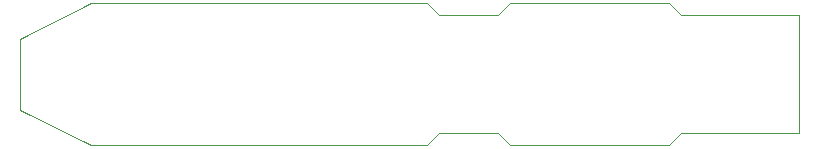
<source format=gbr>
%TF.GenerationSoftware,KiCad,Pcbnew,7.0.11-2.fc39*%
%TF.CreationDate,2024-11-23T03:24:37+03:00*%
%TF.ProjectId,logic_tester,6c6f6769-635f-4746-9573-7465722e6b69,1.0*%
%TF.SameCoordinates,PX47868c0PY55d4a80*%
%TF.FileFunction,Profile,NP*%
%FSLAX46Y46*%
G04 Gerber Fmt 4.6, Leading zero omitted, Abs format (unit mm)*
G04 Created by KiCad (PCBNEW 7.0.11-2.fc39) date 2024-11-23 03:24:37*
%MOMM*%
%LPD*%
G01*
G04 APERTURE LIST*
%TA.AperFunction,Profile*%
%ADD10C,0.050000*%
%TD*%
G04 APERTURE END LIST*
D10*
X6000000Y-16000000D02*
X34500000Y-16000000D01*
X0Y-13000000D02*
X6000000Y-16000000D01*
X34500000Y-16000000D02*
X35500000Y-15000000D01*
X55000000Y-16000000D02*
X56000000Y-15000000D01*
X35500000Y-5000000D02*
X34500000Y-4000000D01*
X0Y-7000000D02*
X0Y-13000000D01*
X35500000Y-15000000D02*
X40500000Y-15000000D01*
X40500000Y-5000000D02*
X35500000Y-5000000D01*
X66000000Y-15000000D02*
X66000000Y-5000000D01*
X41500000Y-4000000D02*
X40500000Y-5000000D01*
X55000000Y-4000000D02*
X56000000Y-5000000D01*
X55000000Y-4000000D02*
X41500000Y-4000000D01*
X56000000Y-5000000D02*
X66000000Y-5000000D01*
X40500000Y-15000000D02*
X41500000Y-16000000D01*
X41500000Y-16000000D02*
X55000000Y-16000000D01*
X34500000Y-4000000D02*
X6000000Y-4000000D01*
X56000000Y-15000000D02*
X66000000Y-15000000D01*
X0Y-7000000D02*
X6000000Y-4000000D01*
M02*

</source>
